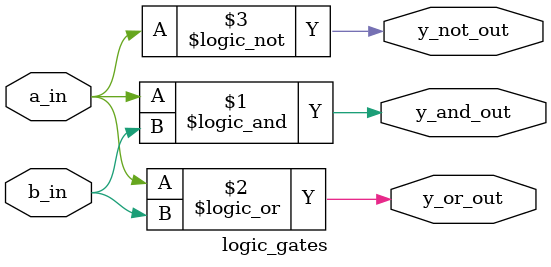
<source format=v>
`timescale 1ns / 1ps


module logic_gates(
    input a_in,
    input b_in,
    output y_and_out,
    output y_or_out,
    output y_not_out
    );
    assign y_and_out = a_in && b_in;
    assign y_or_out = a_in || b_in;
    assign y_not_out = !a_in;
endmodule

</source>
